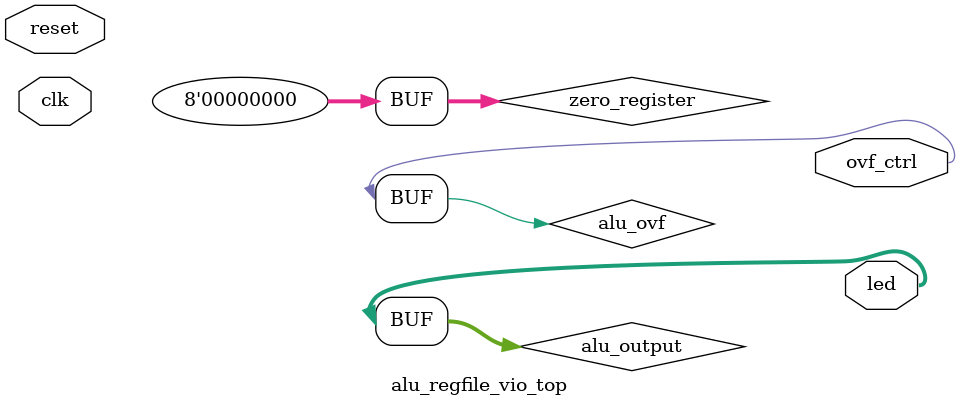
<source format=v>
`timescale 1ns / 1ps


module alu_regfile_vio_top(
    input clk,				// clock for vio and RegFile
    input reset,			// BTN0 for for reset
    output [7:0] led,		// add-on board led[5:0], + LD0, LD1
	output wire ovf_ctrl    // LD3
    );
    
    wire [7:0] alu_input1, alu_input2, alu_input2_instr_src;
    wire [7:0] alu_output;
    wire [2:0] ALUOp;
    wire       alu_ovf;
    wire       take_branch;

    wire RegWrite;	//Write enable

    wire [1:0] regfile_ReadAddress1;	//source register1 address
    wire [1:0] regfile_ReadAddress2;	//source register2 address
    wire [1:0] regfile_WriteAddress;	//destination register address
    wire [8:0] regfile_WriteData;		//result data
    wire [8:0] regfile_ReadData1;		//source register1 data
    wire [8:0] regfile_ReadData2;		//source register2 data
    
    wire ALUSrc1, ALUSrc2;
    reg [7:0] zero_register = 0;
	
	// Assign LEDs
    assign led = alu_output;
	assign ovf_ctrl = alu_ovf;

   // Instantiate RegFile module here

   // Instantiate Muxes here

   // Instantiate ALU module here
      
   // Instantiate VIO module here
   
endmodule

</source>
